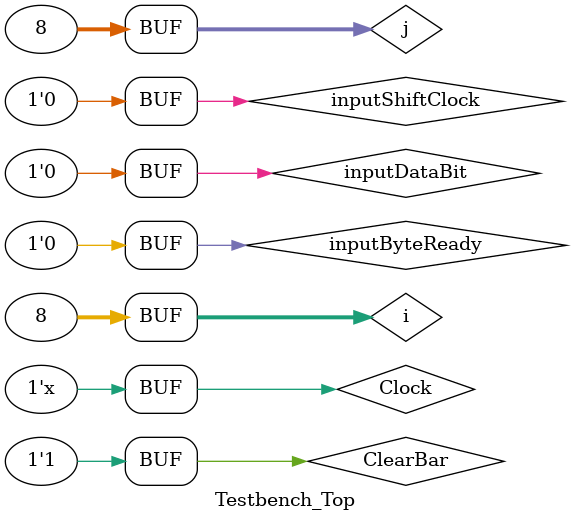
<source format=v>

/*
    Testbench_Top - for top-level ADC3_Test
*/

`timescale 1ns / 1ps

module Testbench_Top;

    reg  Clock = 0;
    reg  ClearBar = 1;

	//*************************************************
	
	// simulate Arduino slowly shifting bits in
	reg inputDataBit = 0;
	reg inputShiftClock = 0;
	reg inputByteReady = 0;  // all bits have been shifted in

	//*************************************************
	
	// simulate Arduino gathering bits shifted out
	wire outputBit;
	reg  outputBitShiftClock = 0;
	wire lastBit;
	wire firstBit;
	


    Merc2ADC_Test3 #(.RamAddrBits (6), 
                     .ResetCount (5),
                     .ClockFreq (50_000_000),
                     .Fs (2_500_000))
                 U1 (.Clock (Clock),        
			  	     .ClearBar (ClearBar),
			  	     
                     .InputBit           (inputDataBit),
                     .InputBitShiftClock (inputShiftClock),
                     .InputByteDone      (inputByteReady),
                     					   
                     .OutputBit           (outputBit),
                     .OutputBitShiftClock (outputBitShiftClock),
                     .LastBit             (lastBit),
                     .FirstBit            (firstBit),
                       
					 .adc_miso ('h0), // ADC controls
                     .adc_mosi (),
                     .adc_csn  (),
                     .adc_sck  (),               
					 .dac_csn  (),   // DAC controls
                     .dac_sdi  (),  
                     .dac_ldac (), 
                     .dac_sck  ());
                     
	//*************************************************

    //
    // test bench initializations
    //    
	
	reg  [7:0] M1 [0:7]; // ClearSampleBufferMsg
    reg  [7:0] M2 [0:7]; // BeginSamplingMsg    
    reg  [7:0] M3 [0:7]; // SendSamplesMsg    	
	
    initial
    begin
        M1 [0] = 8'h34; M1 [1] = 8'h12; M1 [2] = 8'h08; M1 [3] = 8'h00; M1 [4] = 8'd100; M1 [5] = 8'd00; M1 [6] = 8'h01; M1 [7] = 8'h00; 
        M2 [0] = 8'h34; M2 [1] = 8'h12; M2 [2] = 8'h08; M2 [3] = 8'h00; M2 [4] = 8'd101; M2 [5] = 8'd00; M2 [6] = 8'h02; M2 [7] = 8'h00; 
        M3 [0] = 8'h34; M3 [1] = 8'h12; M3 [2] = 8'h08; M3 [3] = 8'h00; M3 [4] = 8'd102; M3 [5] = 8'd00; M3 [6] = 8'h03; M3 [7] = 8'h00; 
    end		
    		         

    //
    // clock period
    //
    always
        #10 Clock = ~Clock;  
        
    integer i, j;
		
    initial
    begin
		#20_000 
		
		//******************************************
		
		// send message to UUT
		
        for (j=0; j<8; j=j+1) // 8 bytes
        begin
			for (i=0; i<8; i=i+1) // 8 bits per byte
			  begin
				#10 inputDataBit <= M1 [j][7-i];  // ClearSampleBufferMsg                    
				#10 inputShiftClock <= 1'b1;
				#50 inputShiftClock <= 1'b0;
			  end
		
			  #10 inputByteReady <= 1;
			  #20 inputByteReady <= 0;
        end

        #15_000
        
        for (j=0; j<8; j=j+1) // 8 bytes
        begin
			for (i=0; i<8; i=i+1) // 8 bits per byte
			  begin
				#10 inputDataBit <= M2 [j][7-i];  // BeginSamplingMsg                    
				#10 inputShiftClock <= 1'b1;
				#50 inputShiftClock <= 1'b0;
			  end
		
			  #10 inputByteReady <= 1;
			  #20 inputByteReady <= 0;
        end

//        #80000
        
//        for (j=0; j<8; j=j+1) // 8 bytes
//        begin
//			for (i=0; i<8; i=i+1) // 8 bits per byte
//			  begin
//				#10 inputDataBit <= M3 [j][7-i];  // SendSamplesMsg                    
//				#10 inputShiftClock <= 1'b1;
//				#50 inputShiftClock <= 1'b0;
//			  end
		
//			  #10 inputByteReady <= 1;
//			  #20 inputByteReady <= 0;
//        end
        
        
//        #150000
        
//        for (j=0; j<8; j=j+1) // 8 bytes
//        begin
//			for (i=0; i<8; i=i+1) // 8 bits per byte
//			  begin
//				#10 inputDataBit <= M3 [j][7-i];  // SendSamplesMsg                    
//				#10 inputShiftClock <= 1'b1;
//				#50 inputShiftClock <= 1'b0;
//			  end
		
//			  #10 inputByteReady <= 1;
//			  #20 inputByteReady <= 0;
//        end                
     end
	 
	//*****************************************************

	reg [7:0] rxByte = 0;
	integer k;
	
    reg [10:0] rxByteCount = 0;
    	
	always @ (posedge Clock) begin
		if (firstBit == 1) begin
		    rxByte <= 8'h00;
			for (k=0; k<8; k=k+1) begin
				rxByte [7-k] <= outputBit;
				#100 outputBitShiftClock <= 1'b1;
				#150 outputBitShiftClock <= 1'b0;
		
			end
			
            rxByteCount <= rxByteCount + 1;
            $display ($time, " Index: %d, byte: %h", rxByteCount, rxByte);
		end		
	end
	

endmodule









</source>
